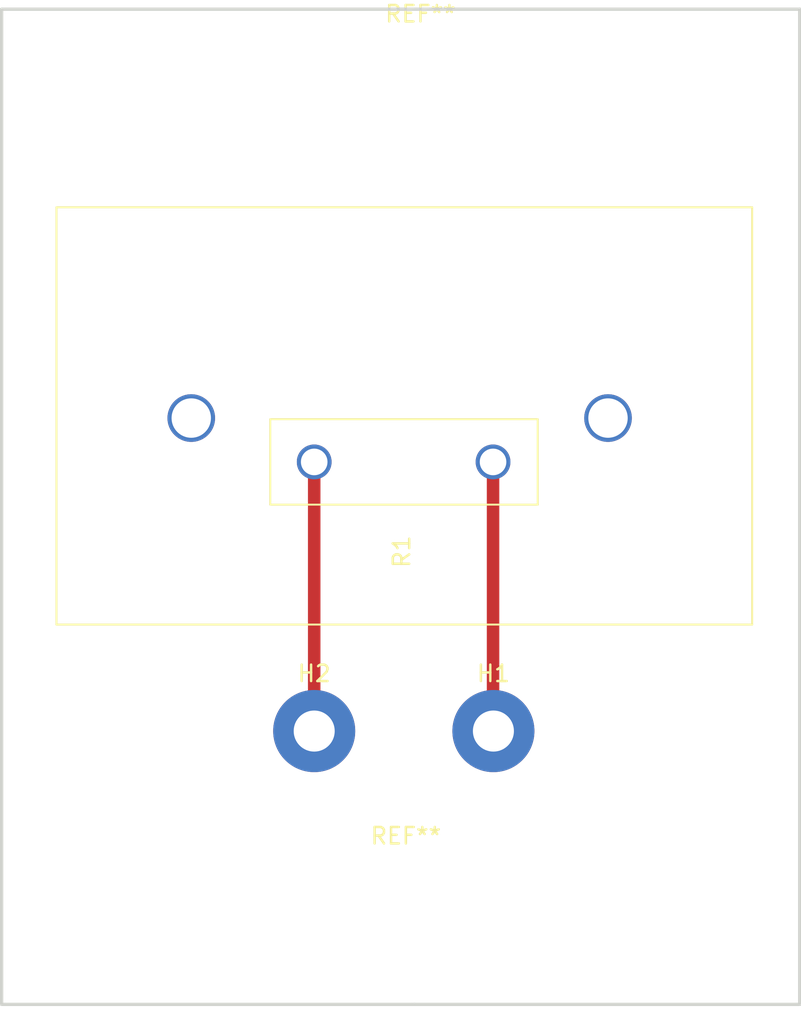
<source format=kicad_pcb>
(kicad_pcb (version 20171130) (host pcbnew 5.99.0+really5.1.10+dfsg1-1)

  (general
    (thickness 1.6)
    (drawings 5)
    (tracks 3)
    (zones 0)
    (modules 5)
    (nets 3)
  )

  (page A4)
  (layers
    (0 F.Cu signal)
    (31 B.Cu signal)
    (32 B.Adhes user)
    (33 F.Adhes user)
    (34 B.Paste user)
    (35 F.Paste user)
    (36 B.SilkS user)
    (37 F.SilkS user)
    (38 B.Mask user)
    (39 F.Mask user)
    (40 Dwgs.User user)
    (41 Cmts.User user)
    (42 Eco1.User user)
    (43 Eco2.User user)
    (44 Edge.Cuts user)
    (45 Margin user)
    (46 B.CrtYd user)
    (47 F.CrtYd user)
    (48 B.Fab user)
    (49 F.Fab user)
  )

  (setup
    (last_trace_width 0.1524)
    (user_trace_width 0.254)
    (user_trace_width 0.381)
    (user_trace_width 0.762)
    (trace_clearance 0.1524)
    (zone_clearance 0.1524)
    (zone_45_only no)
    (trace_min 0.1524)
    (via_size 0.6096)
    (via_drill 0.3048)
    (via_min_size 0.6096)
    (via_min_drill 0.3048)
    (user_via 0.6096 0.3048)
    (uvia_size 0.3)
    (uvia_drill 0.1)
    (uvias_allowed no)
    (uvia_min_size 0.2)
    (uvia_min_drill 0.1)
    (edge_width 0.2)
    (segment_width 0.2)
    (pcb_text_width 0.3)
    (pcb_text_size 1.5 1.5)
    (mod_edge_width 0.15)
    (mod_text_size 1 1)
    (mod_text_width 0.15)
    (pad_size 1.524 1.524)
    (pad_drill 0.762)
    (pad_to_mask_clearance 0.051)
    (solder_mask_min_width 0.25)
    (aux_axis_origin 0 0)
    (visible_elements FFFFF77F)
    (pcbplotparams
      (layerselection 0x010fc_ffffffff)
      (usegerberextensions false)
      (usegerberattributes false)
      (usegerberadvancedattributes false)
      (creategerberjobfile false)
      (excludeedgelayer true)
      (linewidth 0.100000)
      (plotframeref false)
      (viasonmask false)
      (mode 1)
      (useauxorigin false)
      (hpglpennumber 1)
      (hpglpenspeed 20)
      (hpglpendiameter 15.000000)
      (psnegative false)
      (psa4output false)
      (plotreference true)
      (plotvalue true)
      (plotinvisibletext false)
      (padsonsilk false)
      (subtractmaskfromsilk false)
      (outputformat 1)
      (mirror false)
      (drillshape 0)
      (scaleselection 1)
      (outputdirectory "2_26_2019/"))
  )

  (net 0 "")
  (net 1 "Net-(H1-Pad1)")
  (net 2 "Net-(H2-Pad1)")

  (net_class Default "This is the default net class."
    (clearance 0.1524)
    (trace_width 0.1524)
    (via_dia 0.6096)
    (via_drill 0.3048)
    (uvia_dia 0.3)
    (uvia_drill 0.1)
    (add_net "Net-(H1-Pad1)")
    (add_net "Net-(H2-Pad1)")
  )

  (module MountingHole:MountingHole_4.3mm_M4 (layer F.Cu) (tedit 56D1B4CB) (tstamp 625B3E9E)
    (at 146.558 118.364)
    (descr "Mounting Hole 4.3mm, no annular, M4")
    (tags "mounting hole 4.3mm no annular m4")
    (attr virtual)
    (fp_text reference REF** (at 0 -5.3) (layer F.SilkS)
      (effects (font (size 1 1) (thickness 0.15)))
    )
    (fp_text value MountingHole_4.3mm_M4 (at 0 5.3) (layer F.Fab)
      (effects (font (size 1 1) (thickness 0.15)))
    )
    (fp_circle (center 0 0) (end 4.3 0) (layer Cmts.User) (width 0.15))
    (fp_circle (center 0 0) (end 4.55 0) (layer F.CrtYd) (width 0.05))
    (fp_text user %R (at 0.3 0) (layer F.Fab)
      (effects (font (size 1 1) (thickness 0.15)))
    )
    (pad 1 np_thru_hole circle (at 0 0) (size 4.3 4.3) (drill 4.3) (layers *.Cu *.Mask))
  )

  (module MountingHole:MountingHole_4.3mm_M4 (layer F.Cu) (tedit 56D1B4CB) (tstamp 625B3E68)
    (at 147.447 68.326)
    (descr "Mounting Hole 4.3mm, no annular, M4")
    (tags "mounting hole 4.3mm no annular m4")
    (attr virtual)
    (fp_text reference REF** (at 0 -5.3) (layer F.SilkS)
      (effects (font (size 1 1) (thickness 0.15)))
    )
    (fp_text value MountingHole_4.3mm_M4 (at 0 5.3) (layer F.Fab)
      (effects (font (size 1 1) (thickness 0.15)))
    )
    (fp_circle (center 0 0) (end 4.3 0) (layer Cmts.User) (width 0.15))
    (fp_circle (center 0 0) (end 4.55 0) (layer F.CrtYd) (width 0.05))
    (fp_text user %R (at 0.3 0) (layer F.Fab)
      (effects (font (size 1 1) (thickness 0.15)))
    )
    (pad 1 np_thru_hole circle (at 0 0) (size 4.3 4.3) (drill 4.3) (layers *.Cu *.Mask))
  )

  (module MountingHole:MountingHole_2.5mm_Pad (layer F.Cu) (tedit 56D1B4CB) (tstamp 625B3DAD)
    (at 151.892 106.68)
    (descr "Mounting Hole 2.5mm")
    (tags "mounting hole 2.5mm")
    (path /625BAF56)
    (attr virtual)
    (fp_text reference H1 (at 0 -3.5) (layer F.SilkS)
      (effects (font (size 1 1) (thickness 0.15)))
    )
    (fp_text value MountingHole_Pad (at 0 3.5) (layer F.Fab)
      (effects (font (size 1 1) (thickness 0.15)))
    )
    (fp_circle (center 0 0) (end 2.5 0) (layer Cmts.User) (width 0.15))
    (fp_circle (center 0 0) (end 2.75 0) (layer F.CrtYd) (width 0.05))
    (fp_text user %R (at 0.3 0) (layer F.Fab)
      (effects (font (size 1 1) (thickness 0.15)))
    )
    (pad 1 thru_hole circle (at 0 0) (size 5 5) (drill 2.5) (layers *.Cu *.Mask)
      (net 1 "Net-(H1-Pad1)"))
  )

  (module MountingHole:MountingHole_2.5mm_Pad (layer F.Cu) (tedit 56D1B4CB) (tstamp 625B3DE7)
    (at 140.97 106.68)
    (descr "Mounting Hole 2.5mm")
    (tags "mounting hole 2.5mm")
    (path /625BB197)
    (attr virtual)
    (fp_text reference H2 (at 0 -3.5) (layer F.SilkS)
      (effects (font (size 1 1) (thickness 0.15)))
    )
    (fp_text value MountingHole_Pad (at 0 3.5) (layer F.Fab)
      (effects (font (size 1 1) (thickness 0.15)))
    )
    (fp_circle (center 0 0) (end 2.75 0) (layer F.CrtYd) (width 0.05))
    (fp_circle (center 0 0) (end 2.5 0) (layer Cmts.User) (width 0.15))
    (fp_text user %R (at 0.3 0) (layer F.Fab)
      (effects (font (size 1 1) (thickness 0.15)))
    )
    (pad 1 thru_hole circle (at 0 0) (size 5 5) (drill 2.5) (layers *.Cu *.Mask)
      (net 2 "Net-(H2-Pad1)"))
  )

  (module footprints:R_3k_HS_TO247 (layer F.Cu) (tedit 5E5FF9CF) (tstamp 625B3D68)
    (at 140.97 90.297)
    (descr "Resistor, Radial_Power series, Radial, pin pitch=5.00mm, 2W, length*width=11*7mm^2, http://www.vishay.com/docs/30218/cpcx.pdf")
    (tags "Resistor Radial_Power series Radial pin pitch 5.00mm 2W length 11mm width 7mm")
    (path /625B3D84)
    (fp_text reference R1 (at 5.334 5.461 270) (layer F.SilkS)
      (effects (font (size 1 1) (thickness 0.15)))
    )
    (fp_text value R_3K_HS (at 5.08 5.08) (layer F.Fab) hide
      (effects (font (size 1 1) (thickness 0.15)))
    )
    (fp_line (start -2.55 2.4) (end -2.55 -2.4) (layer F.Fab) (width 0.1))
    (fp_line (start -2.55 2.4) (end 13.45 2.4) (layer F.Fab) (width 0.1))
    (fp_line (start 13.45 2.4) (end 13.45 -2.4) (layer F.Fab) (width 0.1))
    (fp_line (start -2.55 -2.4) (end 13.45 -2.4) (layer F.Fab) (width 0.1))
    (fp_line (start 13.622 2.6) (end -2.678 2.6) (layer F.SilkS) (width 0.12))
    (fp_line (start 26.692 9.9) (end -15.708 9.9) (layer F.SilkS) (width 0.12))
    (fp_line (start 13.622 2.6) (end 13.622 -2.6) (layer F.SilkS) (width 0.12))
    (fp_line (start -2.678 2.6) (end -2.678 -2.6) (layer F.SilkS) (width 0.12))
    (fp_line (start -2.8 -2.7) (end -2.8 2.7) (layer F.CrtYd) (width 0.05))
    (fp_line (start 13.7 2.7) (end -2.8 2.7) (layer F.CrtYd) (width 0.05))
    (fp_line (start 13.7 2.7) (end 13.7 -2.7) (layer F.CrtYd) (width 0.05))
    (fp_line (start -2.8 -2.7) (end 13.7 -2.7) (layer F.CrtYd) (width 0.05))
    (fp_line (start -15.53 9.7) (end 26.47 9.7) (layer F.Fab) (width 0.1))
    (fp_line (start -15.53 -15.3) (end 26.47 -15.3) (layer F.Fab) (width 0.1))
    (fp_line (start -15.53 9.7) (end -15.53 -15.3) (layer F.Fab) (width 0.1))
    (fp_line (start 26.47 9.7) (end 26.47 -15.3) (layer F.Fab) (width 0.1))
    (fp_line (start 13.622 -2.6) (end -2.678 -2.6) (layer F.SilkS) (width 0.12))
    (fp_line (start 26.692 -15.5) (end -15.708 -15.5) (layer F.SilkS) (width 0.12))
    (fp_line (start -15.708 -15.5) (end -15.708 9.9) (layer F.SilkS) (width 0.12))
    (fp_line (start 26.692 -15.5) (end 26.692 9.9) (layer F.SilkS) (width 0.12))
    (fp_line (start -15.83 10) (end 26.77 10) (layer F.CrtYd) (width 0.05))
    (fp_line (start -15.83 -15.6) (end 26.77 -15.6) (layer F.CrtYd) (width 0.05))
    (fp_line (start -15.83 -15.6) (end -15.83 10) (layer F.CrtYd) (width 0.05))
    (fp_line (start 26.77 10) (end 26.77 -15.6) (layer F.CrtYd) (width 0.05))
    (pad 1 thru_hole circle (at 0 0) (size 2.12 2.12) (drill 1.62) (layers *.Cu *.Mask)
      (net 2 "Net-(H2-Pad1)"))
    (pad 2 thru_hole circle (at 10.9 0) (size 2.12 2.12) (drill 1.62) (layers *.Cu *.Mask)
      (net 1 "Net-(H1-Pad1)"))
    (pad 4 thru_hole circle (at -7.493 -2.67) (size 2.9 2.9) (drill 2.4) (layers *.Cu *.Mask))
    (pad 5 thru_hole circle (at 17.907 -2.67) (size 2.9 2.9) (drill 2.4) (layers *.Cu *.Mask))
    (model "${OEM_DIR}/parts/3DModels/AP101_3k_resistor/TIP 144_sp.wrl"
      (at (xyz 0 0 0))
      (scale (xyz 1 1 1))
      (rotate (xyz 0 0 0))
    )
    (model ${OEM_DIR}/parts/3DModels/R_3K_heatsink/RA-T2X-51E_sp001_sp.wrl
      (at (xyz 0 0 0))
      (scale (xyz 1 1 1))
      (rotate (xyz 0 0 0))
    )
  )

  (gr_line (start 121.92 123.317) (end 147.066 123.317) (layer Edge.Cuts) (width 0.2))
  (gr_line (start 121.92 62.738) (end 121.92 123.317) (layer Edge.Cuts) (width 0.2))
  (gr_line (start 170.561 62.738) (end 121.92 62.738) (layer Edge.Cuts) (width 0.2))
  (gr_line (start 170.561 123.317) (end 170.561 62.738) (layer Edge.Cuts) (width 0.2))
  (gr_line (start 147.066 123.317) (end 170.561 123.317) (layer Edge.Cuts) (width 0.2))

  (segment (start 151.87 106.658) (end 151.892 106.68) (width 0.762) (layer F.Cu) (net 1))
  (segment (start 151.87 90.297) (end 151.87 106.658) (width 0.762) (layer F.Cu) (net 1))
  (segment (start 140.97 90.297) (end 140.97 106.68) (width 0.762) (layer F.Cu) (net 2))

)

</source>
